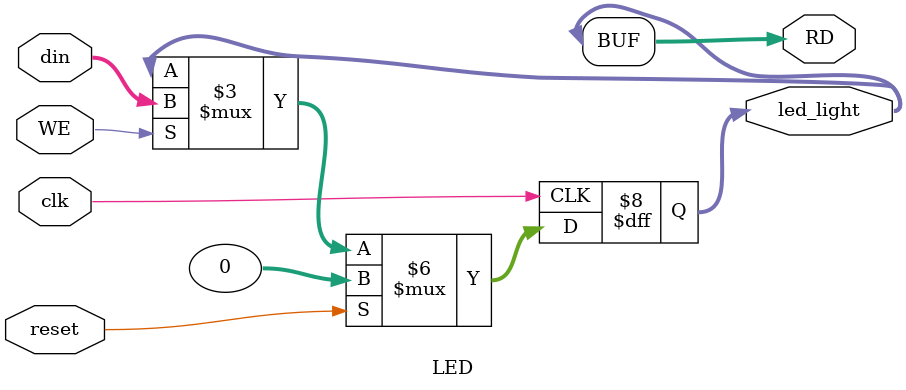
<source format=v>
`timescale 1ns / 1ps
module LED(
    input           clk,
    input           reset, 
    input [31:0]    din,
    input           WE,
    // output
    output reg [31:0] led_light,
    output [31:0]   RD
    );
    
    assign RD = led_light;
    
    initial begin
        led_light <= 0;
    end
    
    always @(posedge clk) begin
        if (reset) begin
            led_light <= 0;
        end
        else if (WE) begin
            led_light <= din;
        end 
//        else begin
//            led_light <= 0;
//        end
    end


endmodule

</source>
